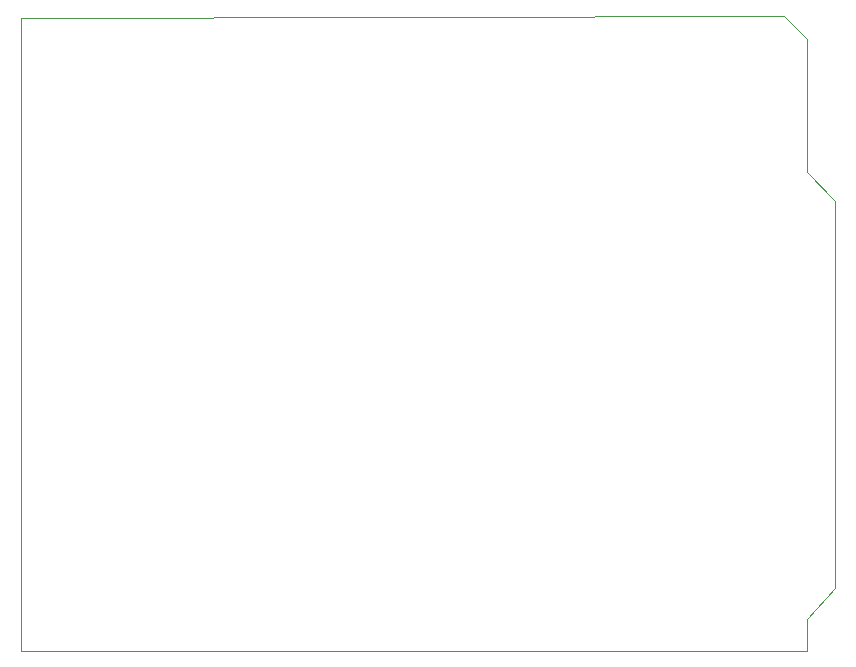
<source format=gm1>
G04 #@! TF.GenerationSoftware,KiCad,Pcbnew,(6.0.4)*
G04 #@! TF.CreationDate,2023-10-19T14:50:22+10:00*
G04 #@! TF.ProjectId,OpenXstim,4f70656e-5873-4746-996d-2e6b69636164,rev?*
G04 #@! TF.SameCoordinates,Original*
G04 #@! TF.FileFunction,Profile,NP*
%FSLAX46Y46*%
G04 Gerber Fmt 4.6, Leading zero omitted, Abs format (unit mm)*
G04 Created by KiCad (PCBNEW (6.0.4)) date 2023-10-19 14:50:22*
%MOMM*%
%LPD*%
G01*
G04 APERTURE LIST*
G04 #@! TA.AperFunction,Profile*
%ADD10C,0.100000*%
G04 #@! TD*
G04 APERTURE END LIST*
D10*
X240538000Y-65532000D02*
X240538000Y-76835000D01*
X242951000Y-79248000D01*
X242951000Y-112014000D01*
X240538000Y-114681000D01*
X240538000Y-117348000D01*
X173990000Y-117348000D01*
X173990000Y-63754000D01*
X174117000Y-63754000D01*
X238633000Y-63627000D01*
X240538000Y-65532000D01*
M02*

</source>
